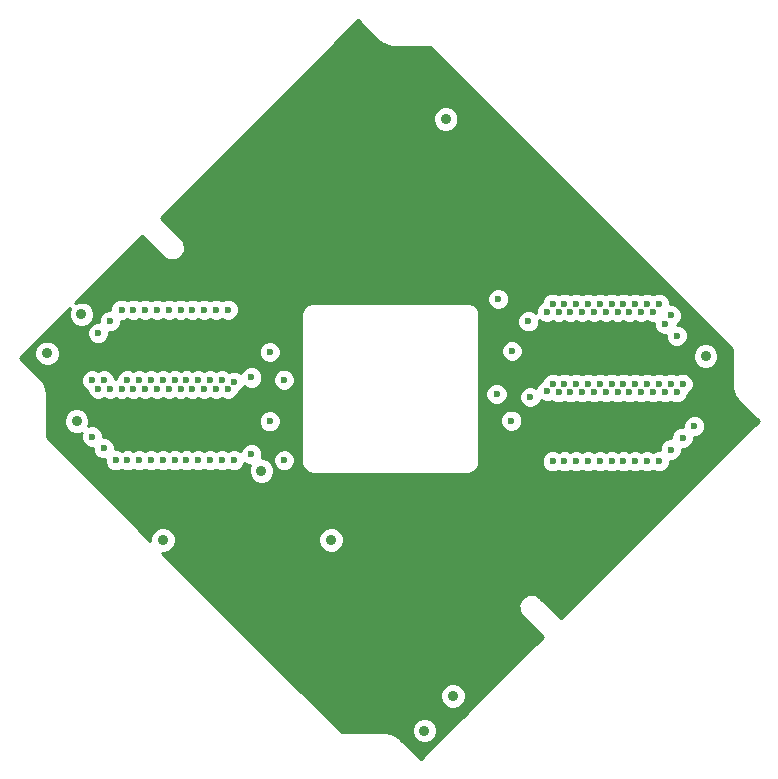
<source format=gbr>
G04 (created by PCBNEW-RS274X (2011-04-29 BZR 2986)-stable) date 6/8/2011 10:42:55 AM*
G01*
G70*
G90*
%MOIN*%
G04 Gerber Fmt 3.4, Leading zero omitted, Abs format*
%FSLAX34Y34*%
G04 APERTURE LIST*
%ADD10C,0.006000*%
%ADD11C,0.023600*%
%ADD12C,0.035000*%
%ADD13C,0.010000*%
G04 APERTURE END LIST*
G54D10*
G54D11*
X67224Y-18012D03*
X67224Y-22480D03*
X48524Y-20453D03*
X48524Y-18209D03*
X67224Y-20295D03*
X66831Y-17618D03*
X66831Y-22874D03*
X48917Y-17815D03*
X48917Y-20453D03*
X66831Y-20295D03*
X67618Y-22087D03*
X67618Y-20295D03*
X48130Y-20453D03*
X48130Y-18602D03*
X66437Y-17618D03*
X66437Y-22874D03*
X49311Y-17815D03*
X49311Y-20453D03*
X66437Y-20295D03*
X65846Y-17894D03*
X65846Y-20571D03*
X49902Y-20177D03*
X49902Y-22835D03*
X65059Y-17894D03*
X65059Y-20571D03*
X50689Y-20177D03*
X50689Y-22835D03*
X53878Y-17756D03*
X53858Y-20433D03*
X61909Y-22854D03*
X61929Y-20295D03*
G54D12*
X47559Y-19252D03*
X57343Y-29528D03*
X68583Y-21476D03*
X68445Y-22657D03*
X58169Y-10059D03*
X55748Y-10295D03*
G54D11*
X63878Y-17894D03*
X63878Y-20571D03*
X51870Y-20177D03*
X51870Y-22835D03*
X64272Y-17894D03*
X64272Y-20571D03*
X51476Y-20177D03*
X51476Y-22835D03*
X63287Y-17618D03*
X63287Y-20295D03*
X63287Y-22874D03*
X52461Y-20453D03*
X52461Y-17815D03*
X63091Y-17894D03*
X63091Y-20531D03*
X52657Y-22835D03*
X52657Y-20217D03*
X65453Y-17894D03*
X65453Y-20571D03*
X50295Y-20177D03*
X50295Y-22835D03*
X48720Y-22835D03*
X66634Y-17894D03*
X49114Y-20177D03*
X49114Y-22835D03*
X66634Y-20571D03*
X68012Y-21693D03*
X53858Y-19232D03*
X53858Y-21535D03*
X61909Y-21516D03*
X61929Y-19193D03*
X48327Y-20177D03*
X48327Y-22441D03*
X67028Y-20571D03*
X67028Y-18287D03*
X47933Y-20177D03*
X47933Y-22047D03*
X67421Y-20571D03*
X67421Y-18681D03*
X63484Y-17894D03*
X63484Y-20571D03*
X52264Y-20177D03*
X52264Y-22835D03*
X65256Y-17618D03*
X65256Y-20295D03*
X65256Y-22874D03*
X50492Y-17815D03*
X50492Y-20453D03*
X65650Y-17618D03*
X65650Y-20295D03*
X65650Y-22874D03*
X50098Y-20453D03*
X50098Y-17815D03*
X66043Y-17618D03*
X66043Y-20295D03*
X66043Y-22874D03*
X49705Y-17815D03*
X49705Y-20453D03*
X64469Y-17618D03*
X64469Y-20295D03*
X64469Y-22874D03*
X51280Y-17815D03*
X51280Y-20453D03*
X64862Y-17618D03*
X64862Y-20295D03*
X64862Y-22874D03*
X50886Y-20453D03*
X50886Y-17815D03*
X63681Y-17618D03*
X63681Y-20295D03*
X63681Y-22874D03*
X52067Y-17815D03*
X52067Y-20453D03*
X64075Y-17618D03*
X64075Y-20295D03*
X64075Y-22874D03*
X51673Y-17815D03*
X51673Y-20453D03*
X64665Y-17894D03*
X64665Y-20571D03*
X51083Y-20177D03*
X51083Y-22835D03*
X54331Y-20157D03*
X61417Y-20630D03*
X61476Y-17461D03*
G54D12*
X46437Y-19272D03*
X47421Y-21535D03*
X59016Y-31850D03*
G54D11*
X54331Y-22835D03*
G54D12*
X53583Y-23189D03*
X50295Y-25492D03*
X55906Y-25492D03*
G54D11*
X53248Y-20079D03*
X62539Y-20728D03*
X62480Y-18209D03*
G54D12*
X59961Y-30689D03*
X47579Y-17972D03*
X68386Y-19370D03*
X59724Y-11457D03*
G54D11*
X53248Y-22638D03*
X66240Y-17894D03*
X66240Y-20571D03*
X49508Y-20177D03*
X49508Y-22835D03*
G54D10*
G36*
X70154Y-21526D02*
X68811Y-22869D01*
X68811Y-19455D01*
X68811Y-19286D01*
X68747Y-19130D01*
X68627Y-19010D01*
X68471Y-18945D01*
X68302Y-18945D01*
X68146Y-19009D01*
X68026Y-19129D01*
X67961Y-19285D01*
X67961Y-19454D01*
X68025Y-19610D01*
X68145Y-19730D01*
X68301Y-19795D01*
X68470Y-19795D01*
X68626Y-19731D01*
X68746Y-19611D01*
X68811Y-19455D01*
X68811Y-22869D01*
X68380Y-23300D01*
X68380Y-21766D01*
X68380Y-21620D01*
X68324Y-21485D01*
X68221Y-21381D01*
X68085Y-21325D01*
X67986Y-21325D01*
X67986Y-20368D01*
X67986Y-20222D01*
X67930Y-20087D01*
X67827Y-19983D01*
X67789Y-19967D01*
X67789Y-18754D01*
X67789Y-18608D01*
X67733Y-18473D01*
X67630Y-18369D01*
X67494Y-18313D01*
X67443Y-18313D01*
X67536Y-18221D01*
X67592Y-18085D01*
X67592Y-17939D01*
X67536Y-17804D01*
X67433Y-17700D01*
X67297Y-17644D01*
X67199Y-17644D01*
X67199Y-17545D01*
X67143Y-17410D01*
X67040Y-17306D01*
X66904Y-17250D01*
X66758Y-17250D01*
X66634Y-17301D01*
X66510Y-17250D01*
X66364Y-17250D01*
X66240Y-17301D01*
X66116Y-17250D01*
X65970Y-17250D01*
X65846Y-17301D01*
X65723Y-17250D01*
X65577Y-17250D01*
X65453Y-17301D01*
X65329Y-17250D01*
X65183Y-17250D01*
X65059Y-17301D01*
X64935Y-17250D01*
X64789Y-17250D01*
X64665Y-17301D01*
X64542Y-17250D01*
X64396Y-17250D01*
X64272Y-17301D01*
X64148Y-17250D01*
X64002Y-17250D01*
X63878Y-17301D01*
X63754Y-17250D01*
X63608Y-17250D01*
X63484Y-17301D01*
X63360Y-17250D01*
X63214Y-17250D01*
X63079Y-17306D01*
X62975Y-17409D01*
X62919Y-17545D01*
X62919Y-17567D01*
X62883Y-17582D01*
X62779Y-17685D01*
X62723Y-17821D01*
X62723Y-17931D01*
X62689Y-17897D01*
X62553Y-17841D01*
X62407Y-17841D01*
X62272Y-17897D01*
X62168Y-18000D01*
X62112Y-18136D01*
X62112Y-18282D01*
X62168Y-18417D01*
X62271Y-18521D01*
X62407Y-18577D01*
X62553Y-18577D01*
X62688Y-18521D01*
X62792Y-18418D01*
X62848Y-18282D01*
X62848Y-18171D01*
X62882Y-18206D01*
X63018Y-18262D01*
X63164Y-18262D01*
X63287Y-18210D01*
X63411Y-18262D01*
X63557Y-18262D01*
X63680Y-18210D01*
X63805Y-18262D01*
X63951Y-18262D01*
X64074Y-18210D01*
X64199Y-18262D01*
X64345Y-18262D01*
X64468Y-18210D01*
X64592Y-18262D01*
X64738Y-18262D01*
X64861Y-18210D01*
X64986Y-18262D01*
X65132Y-18262D01*
X65255Y-18210D01*
X65380Y-18262D01*
X65526Y-18262D01*
X65649Y-18210D01*
X65773Y-18262D01*
X65919Y-18262D01*
X66042Y-18210D01*
X66167Y-18262D01*
X66313Y-18262D01*
X66436Y-18210D01*
X66561Y-18262D01*
X66660Y-18262D01*
X66660Y-18360D01*
X66716Y-18495D01*
X66819Y-18599D01*
X66955Y-18655D01*
X67053Y-18655D01*
X67053Y-18754D01*
X67109Y-18889D01*
X67212Y-18993D01*
X67348Y-19049D01*
X67494Y-19049D01*
X67629Y-18993D01*
X67733Y-18890D01*
X67789Y-18754D01*
X67789Y-19967D01*
X67691Y-19927D01*
X67545Y-19927D01*
X67421Y-19978D01*
X67297Y-19927D01*
X67151Y-19927D01*
X67027Y-19978D01*
X66904Y-19927D01*
X66758Y-19927D01*
X66634Y-19978D01*
X66510Y-19927D01*
X66364Y-19927D01*
X66240Y-19978D01*
X66116Y-19927D01*
X65970Y-19927D01*
X65846Y-19978D01*
X65723Y-19927D01*
X65577Y-19927D01*
X65453Y-19978D01*
X65329Y-19927D01*
X65183Y-19927D01*
X65059Y-19978D01*
X64935Y-19927D01*
X64789Y-19927D01*
X64665Y-19978D01*
X64542Y-19927D01*
X64396Y-19927D01*
X64272Y-19978D01*
X64148Y-19927D01*
X64002Y-19927D01*
X63878Y-19978D01*
X63754Y-19927D01*
X63608Y-19927D01*
X63484Y-19978D01*
X63360Y-19927D01*
X63214Y-19927D01*
X63079Y-19983D01*
X62975Y-20086D01*
X62927Y-20200D01*
X62883Y-20219D01*
X62779Y-20322D01*
X62741Y-20413D01*
X62612Y-20360D01*
X62466Y-20360D01*
X62331Y-20416D01*
X62297Y-20449D01*
X62297Y-19266D01*
X62297Y-19120D01*
X62241Y-18985D01*
X62138Y-18881D01*
X62002Y-18825D01*
X61856Y-18825D01*
X61844Y-18829D01*
X61844Y-17534D01*
X61844Y-17388D01*
X61788Y-17253D01*
X61685Y-17149D01*
X61549Y-17093D01*
X61403Y-17093D01*
X61268Y-17149D01*
X61164Y-17252D01*
X61108Y-17388D01*
X61108Y-17534D01*
X61164Y-17669D01*
X61267Y-17773D01*
X61403Y-17829D01*
X61549Y-17829D01*
X61684Y-17773D01*
X61788Y-17670D01*
X61844Y-17534D01*
X61844Y-18829D01*
X61721Y-18881D01*
X61617Y-18984D01*
X61561Y-19120D01*
X61561Y-19266D01*
X61617Y-19401D01*
X61720Y-19505D01*
X61856Y-19561D01*
X62002Y-19561D01*
X62137Y-19505D01*
X62241Y-19402D01*
X62297Y-19266D01*
X62297Y-20449D01*
X62227Y-20519D01*
X62171Y-20655D01*
X62171Y-20801D01*
X62227Y-20936D01*
X62330Y-21040D01*
X62466Y-21096D01*
X62612Y-21096D01*
X62747Y-21040D01*
X62851Y-20937D01*
X62888Y-20845D01*
X63018Y-20899D01*
X63164Y-20899D01*
X63253Y-20861D01*
X63275Y-20883D01*
X63411Y-20939D01*
X63557Y-20939D01*
X63680Y-20887D01*
X63805Y-20939D01*
X63951Y-20939D01*
X64074Y-20887D01*
X64199Y-20939D01*
X64345Y-20939D01*
X64468Y-20887D01*
X64592Y-20939D01*
X64738Y-20939D01*
X64861Y-20887D01*
X64986Y-20939D01*
X65132Y-20939D01*
X65255Y-20887D01*
X65380Y-20939D01*
X65526Y-20939D01*
X65649Y-20887D01*
X65773Y-20939D01*
X65919Y-20939D01*
X66042Y-20887D01*
X66167Y-20939D01*
X66313Y-20939D01*
X66436Y-20887D01*
X66561Y-20939D01*
X66707Y-20939D01*
X66830Y-20887D01*
X66955Y-20939D01*
X67101Y-20939D01*
X67224Y-20887D01*
X67348Y-20939D01*
X67494Y-20939D01*
X67629Y-20883D01*
X67733Y-20780D01*
X67789Y-20644D01*
X67789Y-20622D01*
X67826Y-20607D01*
X67930Y-20504D01*
X67986Y-20368D01*
X67986Y-21325D01*
X67939Y-21325D01*
X67804Y-21381D01*
X67700Y-21484D01*
X67644Y-21620D01*
X67644Y-21719D01*
X67545Y-21719D01*
X67410Y-21775D01*
X67306Y-21878D01*
X67250Y-22014D01*
X67250Y-22112D01*
X67151Y-22112D01*
X67016Y-22168D01*
X66912Y-22271D01*
X66856Y-22407D01*
X66856Y-22506D01*
X66758Y-22506D01*
X66634Y-22557D01*
X66510Y-22506D01*
X66364Y-22506D01*
X66240Y-22557D01*
X66116Y-22506D01*
X65970Y-22506D01*
X65846Y-22557D01*
X65723Y-22506D01*
X65577Y-22506D01*
X65453Y-22557D01*
X65329Y-22506D01*
X65183Y-22506D01*
X65059Y-22557D01*
X64935Y-22506D01*
X64789Y-22506D01*
X64665Y-22557D01*
X64542Y-22506D01*
X64396Y-22506D01*
X64272Y-22557D01*
X64148Y-22506D01*
X64002Y-22506D01*
X63878Y-22557D01*
X63754Y-22506D01*
X63608Y-22506D01*
X63484Y-22557D01*
X63360Y-22506D01*
X63214Y-22506D01*
X63079Y-22562D01*
X62975Y-22665D01*
X62919Y-22801D01*
X62919Y-22947D01*
X62975Y-23082D01*
X63078Y-23186D01*
X63214Y-23242D01*
X63360Y-23242D01*
X63483Y-23190D01*
X63608Y-23242D01*
X63754Y-23242D01*
X63877Y-23190D01*
X64002Y-23242D01*
X64148Y-23242D01*
X64271Y-23190D01*
X64396Y-23242D01*
X64542Y-23242D01*
X64665Y-23190D01*
X64789Y-23242D01*
X64935Y-23242D01*
X65058Y-23190D01*
X65183Y-23242D01*
X65329Y-23242D01*
X65452Y-23190D01*
X65577Y-23242D01*
X65723Y-23242D01*
X65846Y-23190D01*
X65970Y-23242D01*
X66116Y-23242D01*
X66239Y-23190D01*
X66364Y-23242D01*
X66510Y-23242D01*
X66633Y-23190D01*
X66758Y-23242D01*
X66904Y-23242D01*
X67039Y-23186D01*
X67143Y-23083D01*
X67199Y-22947D01*
X67199Y-22848D01*
X67297Y-22848D01*
X67432Y-22792D01*
X67536Y-22689D01*
X67592Y-22553D01*
X67592Y-22455D01*
X67691Y-22455D01*
X67826Y-22399D01*
X67930Y-22296D01*
X67986Y-22160D01*
X67986Y-22061D01*
X68085Y-22061D01*
X68220Y-22005D01*
X68324Y-21902D01*
X68380Y-21766D01*
X68380Y-23300D01*
X63574Y-28106D01*
X62883Y-27416D01*
X62860Y-27400D01*
X62841Y-27382D01*
X62783Y-27344D01*
X62692Y-27308D01*
X62622Y-27295D01*
X62620Y-27295D01*
X62618Y-27295D01*
X62524Y-27296D01*
X62521Y-27297D01*
X62453Y-27312D01*
X62364Y-27351D01*
X62307Y-27389D01*
X62305Y-27391D01*
X62277Y-27420D01*
X62277Y-21589D01*
X62277Y-21443D01*
X62221Y-21308D01*
X62118Y-21204D01*
X61982Y-21148D01*
X61836Y-21148D01*
X61785Y-21169D01*
X61785Y-20703D01*
X61785Y-20557D01*
X61729Y-20422D01*
X61626Y-20318D01*
X61490Y-20262D01*
X61344Y-20262D01*
X61209Y-20318D01*
X61105Y-20421D01*
X61049Y-20557D01*
X61049Y-20703D01*
X61105Y-20838D01*
X61208Y-20942D01*
X61344Y-20998D01*
X61490Y-20998D01*
X61625Y-20942D01*
X61729Y-20839D01*
X61785Y-20703D01*
X61785Y-21169D01*
X61701Y-21204D01*
X61597Y-21307D01*
X61541Y-21443D01*
X61541Y-21589D01*
X61597Y-21724D01*
X61700Y-21828D01*
X61836Y-21884D01*
X61982Y-21884D01*
X62117Y-21828D01*
X62221Y-21725D01*
X62277Y-21589D01*
X62277Y-27420D01*
X62237Y-27462D01*
X62199Y-27520D01*
X62163Y-27611D01*
X62150Y-27681D01*
X62150Y-27682D01*
X62150Y-27683D01*
X62150Y-27685D01*
X62151Y-27779D01*
X62152Y-27781D01*
X62167Y-27849D01*
X62206Y-27939D01*
X62245Y-27997D01*
X62271Y-28022D01*
X62275Y-28028D01*
X62963Y-28717D01*
X60846Y-30834D01*
X60846Y-22902D01*
X60846Y-17980D01*
X60841Y-17954D01*
X60841Y-17931D01*
X60831Y-17880D01*
X60831Y-17879D01*
X60806Y-17818D01*
X60795Y-17790D01*
X60794Y-17789D01*
X60794Y-17788D01*
X60764Y-17743D01*
X60763Y-17742D01*
X60695Y-17674D01*
X60694Y-17673D01*
X60649Y-17643D01*
X60646Y-17642D01*
X60597Y-17622D01*
X60558Y-17606D01*
X60556Y-17605D01*
X60505Y-17596D01*
X60482Y-17596D01*
X60457Y-17591D01*
X60149Y-17591D01*
X60149Y-11542D01*
X60149Y-11373D01*
X60085Y-11217D01*
X59965Y-11097D01*
X59809Y-11032D01*
X59640Y-11032D01*
X59484Y-11096D01*
X59364Y-11216D01*
X59299Y-11372D01*
X59299Y-11541D01*
X59363Y-11697D01*
X59483Y-11817D01*
X59639Y-11882D01*
X59808Y-11882D01*
X59964Y-11818D01*
X60084Y-11698D01*
X60149Y-11542D01*
X60149Y-17591D01*
X55299Y-17591D01*
X55280Y-17594D01*
X55248Y-17595D01*
X55195Y-17606D01*
X55158Y-17621D01*
X55109Y-17641D01*
X55064Y-17670D01*
X55058Y-17675D01*
X55057Y-17676D01*
X55043Y-17690D01*
X54994Y-17738D01*
X54991Y-17743D01*
X54989Y-17746D01*
X54960Y-17790D01*
X54940Y-17839D01*
X54925Y-17876D01*
X54914Y-17929D01*
X54913Y-17956D01*
X54909Y-17980D01*
X54909Y-22902D01*
X54915Y-22932D01*
X54915Y-22950D01*
X54924Y-23001D01*
X54925Y-23003D01*
X54941Y-23042D01*
X54961Y-23091D01*
X54962Y-23094D01*
X54992Y-23139D01*
X54993Y-23140D01*
X55061Y-23208D01*
X55062Y-23209D01*
X55107Y-23239D01*
X55108Y-23239D01*
X55109Y-23240D01*
X55137Y-23251D01*
X55198Y-23276D01*
X55199Y-23276D01*
X55250Y-23286D01*
X55273Y-23286D01*
X55299Y-23291D01*
X60457Y-23291D01*
X60482Y-23286D01*
X60505Y-23286D01*
X60556Y-23277D01*
X60558Y-23276D01*
X60597Y-23260D01*
X60646Y-23240D01*
X60649Y-23239D01*
X60694Y-23209D01*
X60695Y-23208D01*
X60763Y-23140D01*
X60764Y-23139D01*
X60794Y-23094D01*
X60794Y-23092D01*
X60795Y-23092D01*
X60806Y-23063D01*
X60831Y-23003D01*
X60831Y-23002D01*
X60841Y-22951D01*
X60841Y-22927D01*
X60846Y-22902D01*
X60846Y-30834D01*
X60386Y-31294D01*
X60386Y-30774D01*
X60386Y-30605D01*
X60322Y-30449D01*
X60202Y-30329D01*
X60046Y-30264D01*
X59877Y-30264D01*
X59721Y-30328D01*
X59601Y-30448D01*
X59536Y-30604D01*
X59536Y-30773D01*
X59600Y-30929D01*
X59720Y-31049D01*
X59876Y-31114D01*
X60045Y-31114D01*
X60201Y-31050D01*
X60321Y-30930D01*
X60386Y-30774D01*
X60386Y-31294D01*
X59441Y-32239D01*
X59441Y-31935D01*
X59441Y-31766D01*
X59377Y-31610D01*
X59257Y-31490D01*
X59101Y-31425D01*
X58932Y-31425D01*
X58776Y-31489D01*
X58656Y-31609D01*
X58591Y-31765D01*
X58591Y-31934D01*
X58655Y-32090D01*
X58775Y-32210D01*
X58931Y-32275D01*
X59100Y-32275D01*
X59256Y-32211D01*
X59376Y-32091D01*
X59441Y-31935D01*
X59441Y-32239D01*
X58886Y-32794D01*
X58214Y-32122D01*
X58213Y-32120D01*
X58165Y-32072D01*
X58135Y-32051D01*
X58105Y-32026D01*
X57971Y-31953D01*
X57941Y-31943D01*
X57877Y-31923D01*
X57725Y-31907D01*
X57723Y-31907D01*
X57713Y-31905D01*
X56913Y-31905D01*
X56567Y-31905D01*
X56331Y-31905D01*
X56331Y-25577D01*
X56331Y-25408D01*
X56267Y-25252D01*
X56147Y-25132D01*
X55991Y-25067D01*
X55822Y-25067D01*
X55666Y-25131D01*
X55546Y-25251D01*
X55481Y-25407D01*
X55481Y-25576D01*
X55545Y-25732D01*
X55665Y-25852D01*
X55821Y-25917D01*
X55990Y-25917D01*
X56146Y-25853D01*
X56266Y-25733D01*
X56331Y-25577D01*
X56331Y-31905D01*
X56258Y-31905D01*
X54699Y-30346D01*
X54699Y-22908D01*
X54699Y-22762D01*
X54699Y-20230D01*
X54699Y-20084D01*
X54643Y-19949D01*
X54540Y-19845D01*
X54404Y-19789D01*
X54258Y-19789D01*
X54226Y-19802D01*
X54226Y-19305D01*
X54226Y-19159D01*
X54170Y-19024D01*
X54067Y-18920D01*
X53931Y-18864D01*
X53785Y-18864D01*
X53650Y-18920D01*
X53546Y-19023D01*
X53490Y-19159D01*
X53490Y-19305D01*
X53546Y-19440D01*
X53649Y-19544D01*
X53785Y-19600D01*
X53931Y-19600D01*
X54066Y-19544D01*
X54170Y-19441D01*
X54226Y-19305D01*
X54226Y-19802D01*
X54123Y-19845D01*
X54019Y-19948D01*
X53963Y-20084D01*
X53963Y-20230D01*
X54019Y-20365D01*
X54122Y-20469D01*
X54258Y-20525D01*
X54404Y-20525D01*
X54539Y-20469D01*
X54643Y-20366D01*
X54699Y-20230D01*
X54699Y-22762D01*
X54643Y-22627D01*
X54540Y-22523D01*
X54404Y-22467D01*
X54258Y-22467D01*
X54226Y-22480D01*
X54226Y-21608D01*
X54226Y-21462D01*
X54170Y-21327D01*
X54067Y-21223D01*
X53931Y-21167D01*
X53785Y-21167D01*
X53650Y-21223D01*
X53616Y-21256D01*
X53616Y-20152D01*
X53616Y-20006D01*
X53560Y-19871D01*
X53457Y-19767D01*
X53321Y-19711D01*
X53175Y-19711D01*
X53040Y-19767D01*
X52936Y-19870D01*
X52905Y-19944D01*
X52866Y-19905D01*
X52829Y-19889D01*
X52829Y-17888D01*
X52829Y-17742D01*
X52773Y-17607D01*
X52670Y-17503D01*
X52534Y-17447D01*
X52388Y-17447D01*
X52264Y-17498D01*
X52140Y-17447D01*
X51994Y-17447D01*
X51870Y-17498D01*
X51746Y-17447D01*
X51600Y-17447D01*
X51476Y-17498D01*
X51353Y-17447D01*
X51207Y-17447D01*
X51083Y-17498D01*
X50959Y-17447D01*
X50813Y-17447D01*
X50689Y-17498D01*
X50565Y-17447D01*
X50419Y-17447D01*
X50295Y-17498D01*
X50171Y-17447D01*
X50025Y-17447D01*
X49901Y-17498D01*
X49778Y-17447D01*
X49632Y-17447D01*
X49508Y-17498D01*
X49384Y-17447D01*
X49238Y-17447D01*
X49114Y-17498D01*
X48990Y-17447D01*
X48844Y-17447D01*
X48709Y-17503D01*
X48605Y-17606D01*
X48549Y-17742D01*
X48549Y-17841D01*
X48451Y-17841D01*
X48316Y-17897D01*
X48212Y-18000D01*
X48156Y-18136D01*
X48156Y-18234D01*
X48057Y-18234D01*
X47922Y-18290D01*
X47818Y-18393D01*
X47762Y-18529D01*
X47762Y-18675D01*
X47818Y-18810D01*
X47921Y-18914D01*
X48057Y-18970D01*
X48203Y-18970D01*
X48338Y-18914D01*
X48442Y-18811D01*
X48498Y-18675D01*
X48498Y-18577D01*
X48597Y-18577D01*
X48732Y-18521D01*
X48836Y-18418D01*
X48892Y-18282D01*
X48892Y-18183D01*
X48990Y-18183D01*
X49113Y-18131D01*
X49238Y-18183D01*
X49384Y-18183D01*
X49507Y-18131D01*
X49632Y-18183D01*
X49778Y-18183D01*
X49901Y-18131D01*
X50025Y-18183D01*
X50171Y-18183D01*
X50294Y-18131D01*
X50419Y-18183D01*
X50565Y-18183D01*
X50688Y-18131D01*
X50813Y-18183D01*
X50959Y-18183D01*
X51082Y-18131D01*
X51207Y-18183D01*
X51353Y-18183D01*
X51476Y-18131D01*
X51600Y-18183D01*
X51746Y-18183D01*
X51869Y-18131D01*
X51994Y-18183D01*
X52140Y-18183D01*
X52263Y-18131D01*
X52388Y-18183D01*
X52534Y-18183D01*
X52669Y-18127D01*
X52773Y-18024D01*
X52829Y-17888D01*
X52829Y-19889D01*
X52730Y-19849D01*
X52584Y-19849D01*
X52494Y-19886D01*
X52473Y-19865D01*
X52337Y-19809D01*
X52191Y-19809D01*
X52067Y-19860D01*
X51943Y-19809D01*
X51797Y-19809D01*
X51673Y-19860D01*
X51549Y-19809D01*
X51403Y-19809D01*
X51279Y-19860D01*
X51156Y-19809D01*
X51010Y-19809D01*
X50886Y-19860D01*
X50762Y-19809D01*
X50616Y-19809D01*
X50492Y-19860D01*
X50368Y-19809D01*
X50222Y-19809D01*
X50098Y-19860D01*
X49975Y-19809D01*
X49829Y-19809D01*
X49705Y-19860D01*
X49581Y-19809D01*
X49435Y-19809D01*
X49311Y-19860D01*
X49187Y-19809D01*
X49041Y-19809D01*
X48906Y-19865D01*
X48802Y-19968D01*
X48746Y-20104D01*
X48746Y-20125D01*
X48720Y-20136D01*
X48695Y-20125D01*
X48695Y-20104D01*
X48639Y-19969D01*
X48536Y-19865D01*
X48400Y-19809D01*
X48254Y-19809D01*
X48130Y-19860D01*
X48006Y-19809D01*
X47860Y-19809D01*
X47725Y-19865D01*
X47621Y-19968D01*
X47565Y-20104D01*
X47565Y-20250D01*
X47621Y-20385D01*
X47724Y-20489D01*
X47762Y-20504D01*
X47762Y-20526D01*
X47818Y-20661D01*
X47921Y-20765D01*
X48057Y-20821D01*
X48203Y-20821D01*
X48326Y-20769D01*
X48451Y-20821D01*
X48597Y-20821D01*
X48720Y-20769D01*
X48844Y-20821D01*
X48990Y-20821D01*
X49113Y-20769D01*
X49238Y-20821D01*
X49384Y-20821D01*
X49507Y-20769D01*
X49632Y-20821D01*
X49778Y-20821D01*
X49901Y-20769D01*
X50025Y-20821D01*
X50171Y-20821D01*
X50294Y-20769D01*
X50419Y-20821D01*
X50565Y-20821D01*
X50688Y-20769D01*
X50813Y-20821D01*
X50959Y-20821D01*
X51082Y-20769D01*
X51207Y-20821D01*
X51353Y-20821D01*
X51476Y-20769D01*
X51600Y-20821D01*
X51746Y-20821D01*
X51869Y-20769D01*
X51994Y-20821D01*
X52140Y-20821D01*
X52263Y-20769D01*
X52388Y-20821D01*
X52534Y-20821D01*
X52669Y-20765D01*
X52773Y-20662D01*
X52820Y-20547D01*
X52865Y-20529D01*
X52969Y-20426D01*
X52999Y-20351D01*
X53039Y-20391D01*
X53175Y-20447D01*
X53321Y-20447D01*
X53456Y-20391D01*
X53560Y-20288D01*
X53616Y-20152D01*
X53616Y-21256D01*
X53546Y-21326D01*
X53490Y-21462D01*
X53490Y-21608D01*
X53546Y-21743D01*
X53649Y-21847D01*
X53785Y-21903D01*
X53931Y-21903D01*
X54066Y-21847D01*
X54170Y-21744D01*
X54226Y-21608D01*
X54226Y-22480D01*
X54123Y-22523D01*
X54019Y-22626D01*
X53963Y-22762D01*
X53963Y-22908D01*
X54019Y-23043D01*
X54122Y-23147D01*
X54258Y-23203D01*
X54404Y-23203D01*
X54539Y-23147D01*
X54643Y-23044D01*
X54699Y-22908D01*
X54699Y-30346D01*
X54008Y-29655D01*
X54008Y-23274D01*
X54008Y-23105D01*
X53944Y-22949D01*
X53824Y-22829D01*
X53668Y-22764D01*
X53594Y-22764D01*
X53616Y-22711D01*
X53616Y-22565D01*
X53560Y-22430D01*
X53457Y-22326D01*
X53321Y-22270D01*
X53175Y-22270D01*
X53040Y-22326D01*
X52936Y-22429D01*
X52888Y-22545D01*
X52866Y-22523D01*
X52730Y-22467D01*
X52584Y-22467D01*
X52460Y-22518D01*
X52337Y-22467D01*
X52191Y-22467D01*
X52067Y-22518D01*
X51943Y-22467D01*
X51797Y-22467D01*
X51673Y-22518D01*
X51549Y-22467D01*
X51403Y-22467D01*
X51279Y-22518D01*
X51156Y-22467D01*
X51010Y-22467D01*
X50886Y-22518D01*
X50762Y-22467D01*
X50616Y-22467D01*
X50492Y-22518D01*
X50368Y-22467D01*
X50222Y-22467D01*
X50098Y-22518D01*
X49975Y-22467D01*
X49829Y-22467D01*
X49705Y-22518D01*
X49581Y-22467D01*
X49435Y-22467D01*
X49311Y-22518D01*
X49187Y-22467D01*
X49041Y-22467D01*
X48917Y-22518D01*
X48793Y-22467D01*
X48695Y-22467D01*
X48695Y-22368D01*
X48639Y-22233D01*
X48536Y-22129D01*
X48400Y-22073D01*
X48301Y-22073D01*
X48301Y-21974D01*
X48245Y-21839D01*
X48142Y-21735D01*
X48006Y-21679D01*
X47860Y-21679D01*
X47813Y-21698D01*
X47846Y-21620D01*
X47846Y-21451D01*
X47782Y-21295D01*
X47662Y-21175D01*
X47506Y-21110D01*
X47337Y-21110D01*
X47181Y-21174D01*
X47061Y-21294D01*
X46996Y-21450D01*
X46996Y-21619D01*
X47060Y-21775D01*
X47180Y-21895D01*
X47336Y-21960D01*
X47505Y-21960D01*
X47584Y-21927D01*
X47565Y-21974D01*
X47565Y-22120D01*
X47621Y-22255D01*
X47724Y-22359D01*
X47860Y-22415D01*
X47959Y-22415D01*
X47959Y-22514D01*
X48015Y-22649D01*
X48118Y-22753D01*
X48254Y-22809D01*
X48352Y-22809D01*
X48352Y-22908D01*
X48408Y-23043D01*
X48511Y-23147D01*
X48647Y-23203D01*
X48793Y-23203D01*
X48916Y-23151D01*
X49041Y-23203D01*
X49187Y-23203D01*
X49310Y-23151D01*
X49435Y-23203D01*
X49581Y-23203D01*
X49704Y-23151D01*
X49829Y-23203D01*
X49975Y-23203D01*
X50098Y-23151D01*
X50222Y-23203D01*
X50368Y-23203D01*
X50491Y-23151D01*
X50616Y-23203D01*
X50762Y-23203D01*
X50885Y-23151D01*
X51010Y-23203D01*
X51156Y-23203D01*
X51279Y-23151D01*
X51403Y-23203D01*
X51549Y-23203D01*
X51672Y-23151D01*
X51797Y-23203D01*
X51943Y-23203D01*
X52066Y-23151D01*
X52191Y-23203D01*
X52337Y-23203D01*
X52460Y-23151D01*
X52584Y-23203D01*
X52730Y-23203D01*
X52865Y-23147D01*
X52969Y-23044D01*
X53016Y-22927D01*
X53039Y-22950D01*
X53175Y-23006D01*
X53198Y-23006D01*
X53158Y-23104D01*
X53158Y-23273D01*
X53222Y-23429D01*
X53342Y-23549D01*
X53498Y-23614D01*
X53667Y-23614D01*
X53823Y-23550D01*
X53943Y-23430D01*
X54008Y-23274D01*
X54008Y-29655D01*
X50270Y-25917D01*
X50379Y-25917D01*
X50535Y-25853D01*
X50655Y-25733D01*
X50720Y-25577D01*
X50720Y-25408D01*
X50656Y-25252D01*
X50536Y-25132D01*
X50380Y-25067D01*
X50211Y-25067D01*
X50055Y-25131D01*
X49935Y-25251D01*
X49870Y-25407D01*
X49870Y-25516D01*
X46862Y-22508D01*
X46862Y-19357D01*
X46862Y-19188D01*
X46798Y-19032D01*
X46678Y-18912D01*
X46522Y-18847D01*
X46353Y-18847D01*
X46197Y-18911D01*
X46077Y-19031D01*
X46012Y-19187D01*
X46012Y-19356D01*
X46076Y-19512D01*
X46196Y-19632D01*
X46352Y-19697D01*
X46521Y-19697D01*
X46677Y-19633D01*
X46797Y-19513D01*
X46862Y-19357D01*
X46862Y-22508D01*
X46421Y-22067D01*
X46421Y-21756D01*
X46421Y-21413D01*
X46421Y-20626D01*
X46421Y-20610D01*
X46421Y-20557D01*
X46414Y-20524D01*
X46411Y-20486D01*
X46368Y-20339D01*
X46323Y-20252D01*
X46320Y-20249D01*
X46227Y-20132D01*
X46223Y-20129D01*
X46217Y-20119D01*
X45535Y-19437D01*
X47202Y-17770D01*
X47154Y-17887D01*
X47154Y-18056D01*
X47218Y-18212D01*
X47338Y-18332D01*
X47494Y-18397D01*
X47663Y-18397D01*
X47819Y-18333D01*
X47939Y-18213D01*
X48004Y-18057D01*
X48004Y-17888D01*
X47940Y-17732D01*
X47820Y-17612D01*
X47664Y-17547D01*
X47495Y-17547D01*
X47378Y-17595D01*
X49606Y-15367D01*
X50294Y-16055D01*
X50298Y-16058D01*
X50330Y-16089D01*
X50390Y-16128D01*
X50391Y-16128D01*
X50393Y-16130D01*
X50442Y-16149D01*
X50480Y-16165D01*
X50481Y-16164D01*
X50484Y-16166D01*
X50556Y-16179D01*
X50558Y-16178D01*
X50559Y-16179D01*
X50654Y-16177D01*
X50656Y-16177D01*
X50722Y-16162D01*
X50724Y-16162D01*
X50725Y-16161D01*
X50727Y-16161D01*
X50745Y-16152D01*
X50814Y-16123D01*
X50816Y-16121D01*
X50873Y-16083D01*
X50873Y-16082D01*
X50874Y-16082D01*
X50942Y-16013D01*
X50943Y-16012D01*
X50982Y-15952D01*
X50982Y-15950D01*
X50984Y-15949D01*
X51003Y-15899D01*
X51019Y-15862D01*
X51018Y-15860D01*
X51020Y-15858D01*
X51033Y-15786D01*
X51032Y-15783D01*
X51033Y-15783D01*
X51031Y-15688D01*
X51031Y-15685D01*
X51015Y-15617D01*
X51015Y-15615D01*
X50998Y-15577D01*
X50977Y-15527D01*
X50975Y-15525D01*
X50936Y-15468D01*
X50912Y-15445D01*
X50906Y-15435D01*
X50221Y-14751D01*
X56802Y-08170D01*
X57480Y-08848D01*
X57483Y-08851D01*
X57528Y-08896D01*
X57554Y-08913D01*
X57583Y-08937D01*
X57717Y-09011D01*
X57718Y-09011D01*
X57810Y-09040D01*
X57810Y-09039D01*
X57811Y-09040D01*
X57963Y-09057D01*
X57965Y-09056D01*
X57976Y-09059D01*
X58776Y-09059D01*
X59203Y-09059D01*
X69268Y-19124D01*
X69268Y-19551D01*
X69268Y-20339D01*
X69268Y-20408D01*
X69274Y-20440D01*
X69278Y-20479D01*
X69321Y-20626D01*
X69366Y-20713D01*
X69462Y-20832D01*
X69473Y-20841D01*
X69480Y-20851D01*
X70154Y-21526D01*
X70154Y-21526D01*
G37*
G54D13*
X70154Y-21526D02*
X68811Y-22869D01*
X68811Y-19455D01*
X68811Y-19286D01*
X68747Y-19130D01*
X68627Y-19010D01*
X68471Y-18945D01*
X68302Y-18945D01*
X68146Y-19009D01*
X68026Y-19129D01*
X67961Y-19285D01*
X67961Y-19454D01*
X68025Y-19610D01*
X68145Y-19730D01*
X68301Y-19795D01*
X68470Y-19795D01*
X68626Y-19731D01*
X68746Y-19611D01*
X68811Y-19455D01*
X68811Y-22869D01*
X68380Y-23300D01*
X68380Y-21766D01*
X68380Y-21620D01*
X68324Y-21485D01*
X68221Y-21381D01*
X68085Y-21325D01*
X67986Y-21325D01*
X67986Y-20368D01*
X67986Y-20222D01*
X67930Y-20087D01*
X67827Y-19983D01*
X67789Y-19967D01*
X67789Y-18754D01*
X67789Y-18608D01*
X67733Y-18473D01*
X67630Y-18369D01*
X67494Y-18313D01*
X67443Y-18313D01*
X67536Y-18221D01*
X67592Y-18085D01*
X67592Y-17939D01*
X67536Y-17804D01*
X67433Y-17700D01*
X67297Y-17644D01*
X67199Y-17644D01*
X67199Y-17545D01*
X67143Y-17410D01*
X67040Y-17306D01*
X66904Y-17250D01*
X66758Y-17250D01*
X66634Y-17301D01*
X66510Y-17250D01*
X66364Y-17250D01*
X66240Y-17301D01*
X66116Y-17250D01*
X65970Y-17250D01*
X65846Y-17301D01*
X65723Y-17250D01*
X65577Y-17250D01*
X65453Y-17301D01*
X65329Y-17250D01*
X65183Y-17250D01*
X65059Y-17301D01*
X64935Y-17250D01*
X64789Y-17250D01*
X64665Y-17301D01*
X64542Y-17250D01*
X64396Y-17250D01*
X64272Y-17301D01*
X64148Y-17250D01*
X64002Y-17250D01*
X63878Y-17301D01*
X63754Y-17250D01*
X63608Y-17250D01*
X63484Y-17301D01*
X63360Y-17250D01*
X63214Y-17250D01*
X63079Y-17306D01*
X62975Y-17409D01*
X62919Y-17545D01*
X62919Y-17567D01*
X62883Y-17582D01*
X62779Y-17685D01*
X62723Y-17821D01*
X62723Y-17931D01*
X62689Y-17897D01*
X62553Y-17841D01*
X62407Y-17841D01*
X62272Y-17897D01*
X62168Y-18000D01*
X62112Y-18136D01*
X62112Y-18282D01*
X62168Y-18417D01*
X62271Y-18521D01*
X62407Y-18577D01*
X62553Y-18577D01*
X62688Y-18521D01*
X62792Y-18418D01*
X62848Y-18282D01*
X62848Y-18171D01*
X62882Y-18206D01*
X63018Y-18262D01*
X63164Y-18262D01*
X63287Y-18210D01*
X63411Y-18262D01*
X63557Y-18262D01*
X63680Y-18210D01*
X63805Y-18262D01*
X63951Y-18262D01*
X64074Y-18210D01*
X64199Y-18262D01*
X64345Y-18262D01*
X64468Y-18210D01*
X64592Y-18262D01*
X64738Y-18262D01*
X64861Y-18210D01*
X64986Y-18262D01*
X65132Y-18262D01*
X65255Y-18210D01*
X65380Y-18262D01*
X65526Y-18262D01*
X65649Y-18210D01*
X65773Y-18262D01*
X65919Y-18262D01*
X66042Y-18210D01*
X66167Y-18262D01*
X66313Y-18262D01*
X66436Y-18210D01*
X66561Y-18262D01*
X66660Y-18262D01*
X66660Y-18360D01*
X66716Y-18495D01*
X66819Y-18599D01*
X66955Y-18655D01*
X67053Y-18655D01*
X67053Y-18754D01*
X67109Y-18889D01*
X67212Y-18993D01*
X67348Y-19049D01*
X67494Y-19049D01*
X67629Y-18993D01*
X67733Y-18890D01*
X67789Y-18754D01*
X67789Y-19967D01*
X67691Y-19927D01*
X67545Y-19927D01*
X67421Y-19978D01*
X67297Y-19927D01*
X67151Y-19927D01*
X67027Y-19978D01*
X66904Y-19927D01*
X66758Y-19927D01*
X66634Y-19978D01*
X66510Y-19927D01*
X66364Y-19927D01*
X66240Y-19978D01*
X66116Y-19927D01*
X65970Y-19927D01*
X65846Y-19978D01*
X65723Y-19927D01*
X65577Y-19927D01*
X65453Y-19978D01*
X65329Y-19927D01*
X65183Y-19927D01*
X65059Y-19978D01*
X64935Y-19927D01*
X64789Y-19927D01*
X64665Y-19978D01*
X64542Y-19927D01*
X64396Y-19927D01*
X64272Y-19978D01*
X64148Y-19927D01*
X64002Y-19927D01*
X63878Y-19978D01*
X63754Y-19927D01*
X63608Y-19927D01*
X63484Y-19978D01*
X63360Y-19927D01*
X63214Y-19927D01*
X63079Y-19983D01*
X62975Y-20086D01*
X62927Y-20200D01*
X62883Y-20219D01*
X62779Y-20322D01*
X62741Y-20413D01*
X62612Y-20360D01*
X62466Y-20360D01*
X62331Y-20416D01*
X62297Y-20449D01*
X62297Y-19266D01*
X62297Y-19120D01*
X62241Y-18985D01*
X62138Y-18881D01*
X62002Y-18825D01*
X61856Y-18825D01*
X61844Y-18829D01*
X61844Y-17534D01*
X61844Y-17388D01*
X61788Y-17253D01*
X61685Y-17149D01*
X61549Y-17093D01*
X61403Y-17093D01*
X61268Y-17149D01*
X61164Y-17252D01*
X61108Y-17388D01*
X61108Y-17534D01*
X61164Y-17669D01*
X61267Y-17773D01*
X61403Y-17829D01*
X61549Y-17829D01*
X61684Y-17773D01*
X61788Y-17670D01*
X61844Y-17534D01*
X61844Y-18829D01*
X61721Y-18881D01*
X61617Y-18984D01*
X61561Y-19120D01*
X61561Y-19266D01*
X61617Y-19401D01*
X61720Y-19505D01*
X61856Y-19561D01*
X62002Y-19561D01*
X62137Y-19505D01*
X62241Y-19402D01*
X62297Y-19266D01*
X62297Y-20449D01*
X62227Y-20519D01*
X62171Y-20655D01*
X62171Y-20801D01*
X62227Y-20936D01*
X62330Y-21040D01*
X62466Y-21096D01*
X62612Y-21096D01*
X62747Y-21040D01*
X62851Y-20937D01*
X62888Y-20845D01*
X63018Y-20899D01*
X63164Y-20899D01*
X63253Y-20861D01*
X63275Y-20883D01*
X63411Y-20939D01*
X63557Y-20939D01*
X63680Y-20887D01*
X63805Y-20939D01*
X63951Y-20939D01*
X64074Y-20887D01*
X64199Y-20939D01*
X64345Y-20939D01*
X64468Y-20887D01*
X64592Y-20939D01*
X64738Y-20939D01*
X64861Y-20887D01*
X64986Y-20939D01*
X65132Y-20939D01*
X65255Y-20887D01*
X65380Y-20939D01*
X65526Y-20939D01*
X65649Y-20887D01*
X65773Y-20939D01*
X65919Y-20939D01*
X66042Y-20887D01*
X66167Y-20939D01*
X66313Y-20939D01*
X66436Y-20887D01*
X66561Y-20939D01*
X66707Y-20939D01*
X66830Y-20887D01*
X66955Y-20939D01*
X67101Y-20939D01*
X67224Y-20887D01*
X67348Y-20939D01*
X67494Y-20939D01*
X67629Y-20883D01*
X67733Y-20780D01*
X67789Y-20644D01*
X67789Y-20622D01*
X67826Y-20607D01*
X67930Y-20504D01*
X67986Y-20368D01*
X67986Y-21325D01*
X67939Y-21325D01*
X67804Y-21381D01*
X67700Y-21484D01*
X67644Y-21620D01*
X67644Y-21719D01*
X67545Y-21719D01*
X67410Y-21775D01*
X67306Y-21878D01*
X67250Y-22014D01*
X67250Y-22112D01*
X67151Y-22112D01*
X67016Y-22168D01*
X66912Y-22271D01*
X66856Y-22407D01*
X66856Y-22506D01*
X66758Y-22506D01*
X66634Y-22557D01*
X66510Y-22506D01*
X66364Y-22506D01*
X66240Y-22557D01*
X66116Y-22506D01*
X65970Y-22506D01*
X65846Y-22557D01*
X65723Y-22506D01*
X65577Y-22506D01*
X65453Y-22557D01*
X65329Y-22506D01*
X65183Y-22506D01*
X65059Y-22557D01*
X64935Y-22506D01*
X64789Y-22506D01*
X64665Y-22557D01*
X64542Y-22506D01*
X64396Y-22506D01*
X64272Y-22557D01*
X64148Y-22506D01*
X64002Y-22506D01*
X63878Y-22557D01*
X63754Y-22506D01*
X63608Y-22506D01*
X63484Y-22557D01*
X63360Y-22506D01*
X63214Y-22506D01*
X63079Y-22562D01*
X62975Y-22665D01*
X62919Y-22801D01*
X62919Y-22947D01*
X62975Y-23082D01*
X63078Y-23186D01*
X63214Y-23242D01*
X63360Y-23242D01*
X63483Y-23190D01*
X63608Y-23242D01*
X63754Y-23242D01*
X63877Y-23190D01*
X64002Y-23242D01*
X64148Y-23242D01*
X64271Y-23190D01*
X64396Y-23242D01*
X64542Y-23242D01*
X64665Y-23190D01*
X64789Y-23242D01*
X64935Y-23242D01*
X65058Y-23190D01*
X65183Y-23242D01*
X65329Y-23242D01*
X65452Y-23190D01*
X65577Y-23242D01*
X65723Y-23242D01*
X65846Y-23190D01*
X65970Y-23242D01*
X66116Y-23242D01*
X66239Y-23190D01*
X66364Y-23242D01*
X66510Y-23242D01*
X66633Y-23190D01*
X66758Y-23242D01*
X66904Y-23242D01*
X67039Y-23186D01*
X67143Y-23083D01*
X67199Y-22947D01*
X67199Y-22848D01*
X67297Y-22848D01*
X67432Y-22792D01*
X67536Y-22689D01*
X67592Y-22553D01*
X67592Y-22455D01*
X67691Y-22455D01*
X67826Y-22399D01*
X67930Y-22296D01*
X67986Y-22160D01*
X67986Y-22061D01*
X68085Y-22061D01*
X68220Y-22005D01*
X68324Y-21902D01*
X68380Y-21766D01*
X68380Y-23300D01*
X63574Y-28106D01*
X62883Y-27416D01*
X62860Y-27400D01*
X62841Y-27382D01*
X62783Y-27344D01*
X62692Y-27308D01*
X62622Y-27295D01*
X62620Y-27295D01*
X62618Y-27295D01*
X62524Y-27296D01*
X62521Y-27297D01*
X62453Y-27312D01*
X62364Y-27351D01*
X62307Y-27389D01*
X62305Y-27391D01*
X62277Y-27420D01*
X62277Y-21589D01*
X62277Y-21443D01*
X62221Y-21308D01*
X62118Y-21204D01*
X61982Y-21148D01*
X61836Y-21148D01*
X61785Y-21169D01*
X61785Y-20703D01*
X61785Y-20557D01*
X61729Y-20422D01*
X61626Y-20318D01*
X61490Y-20262D01*
X61344Y-20262D01*
X61209Y-20318D01*
X61105Y-20421D01*
X61049Y-20557D01*
X61049Y-20703D01*
X61105Y-20838D01*
X61208Y-20942D01*
X61344Y-20998D01*
X61490Y-20998D01*
X61625Y-20942D01*
X61729Y-20839D01*
X61785Y-20703D01*
X61785Y-21169D01*
X61701Y-21204D01*
X61597Y-21307D01*
X61541Y-21443D01*
X61541Y-21589D01*
X61597Y-21724D01*
X61700Y-21828D01*
X61836Y-21884D01*
X61982Y-21884D01*
X62117Y-21828D01*
X62221Y-21725D01*
X62277Y-21589D01*
X62277Y-27420D01*
X62237Y-27462D01*
X62199Y-27520D01*
X62163Y-27611D01*
X62150Y-27681D01*
X62150Y-27682D01*
X62150Y-27683D01*
X62150Y-27685D01*
X62151Y-27779D01*
X62152Y-27781D01*
X62167Y-27849D01*
X62206Y-27939D01*
X62245Y-27997D01*
X62271Y-28022D01*
X62275Y-28028D01*
X62963Y-28717D01*
X60846Y-30834D01*
X60846Y-22902D01*
X60846Y-17980D01*
X60841Y-17954D01*
X60841Y-17931D01*
X60831Y-17880D01*
X60831Y-17879D01*
X60806Y-17818D01*
X60795Y-17790D01*
X60794Y-17789D01*
X60794Y-17788D01*
X60764Y-17743D01*
X60763Y-17742D01*
X60695Y-17674D01*
X60694Y-17673D01*
X60649Y-17643D01*
X60646Y-17642D01*
X60597Y-17622D01*
X60558Y-17606D01*
X60556Y-17605D01*
X60505Y-17596D01*
X60482Y-17596D01*
X60457Y-17591D01*
X60149Y-17591D01*
X60149Y-11542D01*
X60149Y-11373D01*
X60085Y-11217D01*
X59965Y-11097D01*
X59809Y-11032D01*
X59640Y-11032D01*
X59484Y-11096D01*
X59364Y-11216D01*
X59299Y-11372D01*
X59299Y-11541D01*
X59363Y-11697D01*
X59483Y-11817D01*
X59639Y-11882D01*
X59808Y-11882D01*
X59964Y-11818D01*
X60084Y-11698D01*
X60149Y-11542D01*
X60149Y-17591D01*
X55299Y-17591D01*
X55280Y-17594D01*
X55248Y-17595D01*
X55195Y-17606D01*
X55158Y-17621D01*
X55109Y-17641D01*
X55064Y-17670D01*
X55058Y-17675D01*
X55057Y-17676D01*
X55043Y-17690D01*
X54994Y-17738D01*
X54991Y-17743D01*
X54989Y-17746D01*
X54960Y-17790D01*
X54940Y-17839D01*
X54925Y-17876D01*
X54914Y-17929D01*
X54913Y-17956D01*
X54909Y-17980D01*
X54909Y-22902D01*
X54915Y-22932D01*
X54915Y-22950D01*
X54924Y-23001D01*
X54925Y-23003D01*
X54941Y-23042D01*
X54961Y-23091D01*
X54962Y-23094D01*
X54992Y-23139D01*
X54993Y-23140D01*
X55061Y-23208D01*
X55062Y-23209D01*
X55107Y-23239D01*
X55108Y-23239D01*
X55109Y-23240D01*
X55137Y-23251D01*
X55198Y-23276D01*
X55199Y-23276D01*
X55250Y-23286D01*
X55273Y-23286D01*
X55299Y-23291D01*
X60457Y-23291D01*
X60482Y-23286D01*
X60505Y-23286D01*
X60556Y-23277D01*
X60558Y-23276D01*
X60597Y-23260D01*
X60646Y-23240D01*
X60649Y-23239D01*
X60694Y-23209D01*
X60695Y-23208D01*
X60763Y-23140D01*
X60764Y-23139D01*
X60794Y-23094D01*
X60794Y-23092D01*
X60795Y-23092D01*
X60806Y-23063D01*
X60831Y-23003D01*
X60831Y-23002D01*
X60841Y-22951D01*
X60841Y-22927D01*
X60846Y-22902D01*
X60846Y-30834D01*
X60386Y-31294D01*
X60386Y-30774D01*
X60386Y-30605D01*
X60322Y-30449D01*
X60202Y-30329D01*
X60046Y-30264D01*
X59877Y-30264D01*
X59721Y-30328D01*
X59601Y-30448D01*
X59536Y-30604D01*
X59536Y-30773D01*
X59600Y-30929D01*
X59720Y-31049D01*
X59876Y-31114D01*
X60045Y-31114D01*
X60201Y-31050D01*
X60321Y-30930D01*
X60386Y-30774D01*
X60386Y-31294D01*
X59441Y-32239D01*
X59441Y-31935D01*
X59441Y-31766D01*
X59377Y-31610D01*
X59257Y-31490D01*
X59101Y-31425D01*
X58932Y-31425D01*
X58776Y-31489D01*
X58656Y-31609D01*
X58591Y-31765D01*
X58591Y-31934D01*
X58655Y-32090D01*
X58775Y-32210D01*
X58931Y-32275D01*
X59100Y-32275D01*
X59256Y-32211D01*
X59376Y-32091D01*
X59441Y-31935D01*
X59441Y-32239D01*
X58886Y-32794D01*
X58214Y-32122D01*
X58213Y-32120D01*
X58165Y-32072D01*
X58135Y-32051D01*
X58105Y-32026D01*
X57971Y-31953D01*
X57941Y-31943D01*
X57877Y-31923D01*
X57725Y-31907D01*
X57723Y-31907D01*
X57713Y-31905D01*
X56913Y-31905D01*
X56567Y-31905D01*
X56331Y-31905D01*
X56331Y-25577D01*
X56331Y-25408D01*
X56267Y-25252D01*
X56147Y-25132D01*
X55991Y-25067D01*
X55822Y-25067D01*
X55666Y-25131D01*
X55546Y-25251D01*
X55481Y-25407D01*
X55481Y-25576D01*
X55545Y-25732D01*
X55665Y-25852D01*
X55821Y-25917D01*
X55990Y-25917D01*
X56146Y-25853D01*
X56266Y-25733D01*
X56331Y-25577D01*
X56331Y-31905D01*
X56258Y-31905D01*
X54699Y-30346D01*
X54699Y-22908D01*
X54699Y-22762D01*
X54699Y-20230D01*
X54699Y-20084D01*
X54643Y-19949D01*
X54540Y-19845D01*
X54404Y-19789D01*
X54258Y-19789D01*
X54226Y-19802D01*
X54226Y-19305D01*
X54226Y-19159D01*
X54170Y-19024D01*
X54067Y-18920D01*
X53931Y-18864D01*
X53785Y-18864D01*
X53650Y-18920D01*
X53546Y-19023D01*
X53490Y-19159D01*
X53490Y-19305D01*
X53546Y-19440D01*
X53649Y-19544D01*
X53785Y-19600D01*
X53931Y-19600D01*
X54066Y-19544D01*
X54170Y-19441D01*
X54226Y-19305D01*
X54226Y-19802D01*
X54123Y-19845D01*
X54019Y-19948D01*
X53963Y-20084D01*
X53963Y-20230D01*
X54019Y-20365D01*
X54122Y-20469D01*
X54258Y-20525D01*
X54404Y-20525D01*
X54539Y-20469D01*
X54643Y-20366D01*
X54699Y-20230D01*
X54699Y-22762D01*
X54643Y-22627D01*
X54540Y-22523D01*
X54404Y-22467D01*
X54258Y-22467D01*
X54226Y-22480D01*
X54226Y-21608D01*
X54226Y-21462D01*
X54170Y-21327D01*
X54067Y-21223D01*
X53931Y-21167D01*
X53785Y-21167D01*
X53650Y-21223D01*
X53616Y-21256D01*
X53616Y-20152D01*
X53616Y-20006D01*
X53560Y-19871D01*
X53457Y-19767D01*
X53321Y-19711D01*
X53175Y-19711D01*
X53040Y-19767D01*
X52936Y-19870D01*
X52905Y-19944D01*
X52866Y-19905D01*
X52829Y-19889D01*
X52829Y-17888D01*
X52829Y-17742D01*
X52773Y-17607D01*
X52670Y-17503D01*
X52534Y-17447D01*
X52388Y-17447D01*
X52264Y-17498D01*
X52140Y-17447D01*
X51994Y-17447D01*
X51870Y-17498D01*
X51746Y-17447D01*
X51600Y-17447D01*
X51476Y-17498D01*
X51353Y-17447D01*
X51207Y-17447D01*
X51083Y-17498D01*
X50959Y-17447D01*
X50813Y-17447D01*
X50689Y-17498D01*
X50565Y-17447D01*
X50419Y-17447D01*
X50295Y-17498D01*
X50171Y-17447D01*
X50025Y-17447D01*
X49901Y-17498D01*
X49778Y-17447D01*
X49632Y-17447D01*
X49508Y-17498D01*
X49384Y-17447D01*
X49238Y-17447D01*
X49114Y-17498D01*
X48990Y-17447D01*
X48844Y-17447D01*
X48709Y-17503D01*
X48605Y-17606D01*
X48549Y-17742D01*
X48549Y-17841D01*
X48451Y-17841D01*
X48316Y-17897D01*
X48212Y-18000D01*
X48156Y-18136D01*
X48156Y-18234D01*
X48057Y-18234D01*
X47922Y-18290D01*
X47818Y-18393D01*
X47762Y-18529D01*
X47762Y-18675D01*
X47818Y-18810D01*
X47921Y-18914D01*
X48057Y-18970D01*
X48203Y-18970D01*
X48338Y-18914D01*
X48442Y-18811D01*
X48498Y-18675D01*
X48498Y-18577D01*
X48597Y-18577D01*
X48732Y-18521D01*
X48836Y-18418D01*
X48892Y-18282D01*
X48892Y-18183D01*
X48990Y-18183D01*
X49113Y-18131D01*
X49238Y-18183D01*
X49384Y-18183D01*
X49507Y-18131D01*
X49632Y-18183D01*
X49778Y-18183D01*
X49901Y-18131D01*
X50025Y-18183D01*
X50171Y-18183D01*
X50294Y-18131D01*
X50419Y-18183D01*
X50565Y-18183D01*
X50688Y-18131D01*
X50813Y-18183D01*
X50959Y-18183D01*
X51082Y-18131D01*
X51207Y-18183D01*
X51353Y-18183D01*
X51476Y-18131D01*
X51600Y-18183D01*
X51746Y-18183D01*
X51869Y-18131D01*
X51994Y-18183D01*
X52140Y-18183D01*
X52263Y-18131D01*
X52388Y-18183D01*
X52534Y-18183D01*
X52669Y-18127D01*
X52773Y-18024D01*
X52829Y-17888D01*
X52829Y-19889D01*
X52730Y-19849D01*
X52584Y-19849D01*
X52494Y-19886D01*
X52473Y-19865D01*
X52337Y-19809D01*
X52191Y-19809D01*
X52067Y-19860D01*
X51943Y-19809D01*
X51797Y-19809D01*
X51673Y-19860D01*
X51549Y-19809D01*
X51403Y-19809D01*
X51279Y-19860D01*
X51156Y-19809D01*
X51010Y-19809D01*
X50886Y-19860D01*
X50762Y-19809D01*
X50616Y-19809D01*
X50492Y-19860D01*
X50368Y-19809D01*
X50222Y-19809D01*
X50098Y-19860D01*
X49975Y-19809D01*
X49829Y-19809D01*
X49705Y-19860D01*
X49581Y-19809D01*
X49435Y-19809D01*
X49311Y-19860D01*
X49187Y-19809D01*
X49041Y-19809D01*
X48906Y-19865D01*
X48802Y-19968D01*
X48746Y-20104D01*
X48746Y-20125D01*
X48720Y-20136D01*
X48695Y-20125D01*
X48695Y-20104D01*
X48639Y-19969D01*
X48536Y-19865D01*
X48400Y-19809D01*
X48254Y-19809D01*
X48130Y-19860D01*
X48006Y-19809D01*
X47860Y-19809D01*
X47725Y-19865D01*
X47621Y-19968D01*
X47565Y-20104D01*
X47565Y-20250D01*
X47621Y-20385D01*
X47724Y-20489D01*
X47762Y-20504D01*
X47762Y-20526D01*
X47818Y-20661D01*
X47921Y-20765D01*
X48057Y-20821D01*
X48203Y-20821D01*
X48326Y-20769D01*
X48451Y-20821D01*
X48597Y-20821D01*
X48720Y-20769D01*
X48844Y-20821D01*
X48990Y-20821D01*
X49113Y-20769D01*
X49238Y-20821D01*
X49384Y-20821D01*
X49507Y-20769D01*
X49632Y-20821D01*
X49778Y-20821D01*
X49901Y-20769D01*
X50025Y-20821D01*
X50171Y-20821D01*
X50294Y-20769D01*
X50419Y-20821D01*
X50565Y-20821D01*
X50688Y-20769D01*
X50813Y-20821D01*
X50959Y-20821D01*
X51082Y-20769D01*
X51207Y-20821D01*
X51353Y-20821D01*
X51476Y-20769D01*
X51600Y-20821D01*
X51746Y-20821D01*
X51869Y-20769D01*
X51994Y-20821D01*
X52140Y-20821D01*
X52263Y-20769D01*
X52388Y-20821D01*
X52534Y-20821D01*
X52669Y-20765D01*
X52773Y-20662D01*
X52820Y-20547D01*
X52865Y-20529D01*
X52969Y-20426D01*
X52999Y-20351D01*
X53039Y-20391D01*
X53175Y-20447D01*
X53321Y-20447D01*
X53456Y-20391D01*
X53560Y-20288D01*
X53616Y-20152D01*
X53616Y-21256D01*
X53546Y-21326D01*
X53490Y-21462D01*
X53490Y-21608D01*
X53546Y-21743D01*
X53649Y-21847D01*
X53785Y-21903D01*
X53931Y-21903D01*
X54066Y-21847D01*
X54170Y-21744D01*
X54226Y-21608D01*
X54226Y-22480D01*
X54123Y-22523D01*
X54019Y-22626D01*
X53963Y-22762D01*
X53963Y-22908D01*
X54019Y-23043D01*
X54122Y-23147D01*
X54258Y-23203D01*
X54404Y-23203D01*
X54539Y-23147D01*
X54643Y-23044D01*
X54699Y-22908D01*
X54699Y-30346D01*
X54008Y-29655D01*
X54008Y-23274D01*
X54008Y-23105D01*
X53944Y-22949D01*
X53824Y-22829D01*
X53668Y-22764D01*
X53594Y-22764D01*
X53616Y-22711D01*
X53616Y-22565D01*
X53560Y-22430D01*
X53457Y-22326D01*
X53321Y-22270D01*
X53175Y-22270D01*
X53040Y-22326D01*
X52936Y-22429D01*
X52888Y-22545D01*
X52866Y-22523D01*
X52730Y-22467D01*
X52584Y-22467D01*
X52460Y-22518D01*
X52337Y-22467D01*
X52191Y-22467D01*
X52067Y-22518D01*
X51943Y-22467D01*
X51797Y-22467D01*
X51673Y-22518D01*
X51549Y-22467D01*
X51403Y-22467D01*
X51279Y-22518D01*
X51156Y-22467D01*
X51010Y-22467D01*
X50886Y-22518D01*
X50762Y-22467D01*
X50616Y-22467D01*
X50492Y-22518D01*
X50368Y-22467D01*
X50222Y-22467D01*
X50098Y-22518D01*
X49975Y-22467D01*
X49829Y-22467D01*
X49705Y-22518D01*
X49581Y-22467D01*
X49435Y-22467D01*
X49311Y-22518D01*
X49187Y-22467D01*
X49041Y-22467D01*
X48917Y-22518D01*
X48793Y-22467D01*
X48695Y-22467D01*
X48695Y-22368D01*
X48639Y-22233D01*
X48536Y-22129D01*
X48400Y-22073D01*
X48301Y-22073D01*
X48301Y-21974D01*
X48245Y-21839D01*
X48142Y-21735D01*
X48006Y-21679D01*
X47860Y-21679D01*
X47813Y-21698D01*
X47846Y-21620D01*
X47846Y-21451D01*
X47782Y-21295D01*
X47662Y-21175D01*
X47506Y-21110D01*
X47337Y-21110D01*
X47181Y-21174D01*
X47061Y-21294D01*
X46996Y-21450D01*
X46996Y-21619D01*
X47060Y-21775D01*
X47180Y-21895D01*
X47336Y-21960D01*
X47505Y-21960D01*
X47584Y-21927D01*
X47565Y-21974D01*
X47565Y-22120D01*
X47621Y-22255D01*
X47724Y-22359D01*
X47860Y-22415D01*
X47959Y-22415D01*
X47959Y-22514D01*
X48015Y-22649D01*
X48118Y-22753D01*
X48254Y-22809D01*
X48352Y-22809D01*
X48352Y-22908D01*
X48408Y-23043D01*
X48511Y-23147D01*
X48647Y-23203D01*
X48793Y-23203D01*
X48916Y-23151D01*
X49041Y-23203D01*
X49187Y-23203D01*
X49310Y-23151D01*
X49435Y-23203D01*
X49581Y-23203D01*
X49704Y-23151D01*
X49829Y-23203D01*
X49975Y-23203D01*
X50098Y-23151D01*
X50222Y-23203D01*
X50368Y-23203D01*
X50491Y-23151D01*
X50616Y-23203D01*
X50762Y-23203D01*
X50885Y-23151D01*
X51010Y-23203D01*
X51156Y-23203D01*
X51279Y-23151D01*
X51403Y-23203D01*
X51549Y-23203D01*
X51672Y-23151D01*
X51797Y-23203D01*
X51943Y-23203D01*
X52066Y-23151D01*
X52191Y-23203D01*
X52337Y-23203D01*
X52460Y-23151D01*
X52584Y-23203D01*
X52730Y-23203D01*
X52865Y-23147D01*
X52969Y-23044D01*
X53016Y-22927D01*
X53039Y-22950D01*
X53175Y-23006D01*
X53198Y-23006D01*
X53158Y-23104D01*
X53158Y-23273D01*
X53222Y-23429D01*
X53342Y-23549D01*
X53498Y-23614D01*
X53667Y-23614D01*
X53823Y-23550D01*
X53943Y-23430D01*
X54008Y-23274D01*
X54008Y-29655D01*
X50270Y-25917D01*
X50379Y-25917D01*
X50535Y-25853D01*
X50655Y-25733D01*
X50720Y-25577D01*
X50720Y-25408D01*
X50656Y-25252D01*
X50536Y-25132D01*
X50380Y-25067D01*
X50211Y-25067D01*
X50055Y-25131D01*
X49935Y-25251D01*
X49870Y-25407D01*
X49870Y-25516D01*
X46862Y-22508D01*
X46862Y-19357D01*
X46862Y-19188D01*
X46798Y-19032D01*
X46678Y-18912D01*
X46522Y-18847D01*
X46353Y-18847D01*
X46197Y-18911D01*
X46077Y-19031D01*
X46012Y-19187D01*
X46012Y-19356D01*
X46076Y-19512D01*
X46196Y-19632D01*
X46352Y-19697D01*
X46521Y-19697D01*
X46677Y-19633D01*
X46797Y-19513D01*
X46862Y-19357D01*
X46862Y-22508D01*
X46421Y-22067D01*
X46421Y-21756D01*
X46421Y-21413D01*
X46421Y-20626D01*
X46421Y-20610D01*
X46421Y-20557D01*
X46414Y-20524D01*
X46411Y-20486D01*
X46368Y-20339D01*
X46323Y-20252D01*
X46320Y-20249D01*
X46227Y-20132D01*
X46223Y-20129D01*
X46217Y-20119D01*
X45535Y-19437D01*
X47202Y-17770D01*
X47154Y-17887D01*
X47154Y-18056D01*
X47218Y-18212D01*
X47338Y-18332D01*
X47494Y-18397D01*
X47663Y-18397D01*
X47819Y-18333D01*
X47939Y-18213D01*
X48004Y-18057D01*
X48004Y-17888D01*
X47940Y-17732D01*
X47820Y-17612D01*
X47664Y-17547D01*
X47495Y-17547D01*
X47378Y-17595D01*
X49606Y-15367D01*
X50294Y-16055D01*
X50298Y-16058D01*
X50330Y-16089D01*
X50390Y-16128D01*
X50391Y-16128D01*
X50393Y-16130D01*
X50442Y-16149D01*
X50480Y-16165D01*
X50481Y-16164D01*
X50484Y-16166D01*
X50556Y-16179D01*
X50558Y-16178D01*
X50559Y-16179D01*
X50654Y-16177D01*
X50656Y-16177D01*
X50722Y-16162D01*
X50724Y-16162D01*
X50725Y-16161D01*
X50727Y-16161D01*
X50745Y-16152D01*
X50814Y-16123D01*
X50816Y-16121D01*
X50873Y-16083D01*
X50873Y-16082D01*
X50874Y-16082D01*
X50942Y-16013D01*
X50943Y-16012D01*
X50982Y-15952D01*
X50982Y-15950D01*
X50984Y-15949D01*
X51003Y-15899D01*
X51019Y-15862D01*
X51018Y-15860D01*
X51020Y-15858D01*
X51033Y-15786D01*
X51032Y-15783D01*
X51033Y-15783D01*
X51031Y-15688D01*
X51031Y-15685D01*
X51015Y-15617D01*
X51015Y-15615D01*
X50998Y-15577D01*
X50977Y-15527D01*
X50975Y-15525D01*
X50936Y-15468D01*
X50912Y-15445D01*
X50906Y-15435D01*
X50221Y-14751D01*
X56802Y-08170D01*
X57480Y-08848D01*
X57483Y-08851D01*
X57528Y-08896D01*
X57554Y-08913D01*
X57583Y-08937D01*
X57717Y-09011D01*
X57718Y-09011D01*
X57810Y-09040D01*
X57810Y-09039D01*
X57811Y-09040D01*
X57963Y-09057D01*
X57965Y-09056D01*
X57976Y-09059D01*
X58776Y-09059D01*
X59203Y-09059D01*
X69268Y-19124D01*
X69268Y-19551D01*
X69268Y-20339D01*
X69268Y-20408D01*
X69274Y-20440D01*
X69278Y-20479D01*
X69321Y-20626D01*
X69366Y-20713D01*
X69462Y-20832D01*
X69473Y-20841D01*
X69480Y-20851D01*
X70154Y-21526D01*
M02*

</source>
